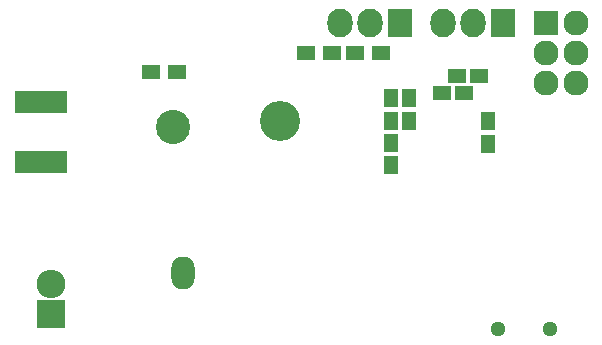
<source format=gbr>
G04 #@! TF.FileFunction,Soldermask,Bot*
%FSLAX46Y46*%
G04 Gerber Fmt 4.6, Leading zero omitted, Abs format (unit mm)*
G04 Created by KiCad (PCBNEW 4.0.4-stable) date 05/31/17 00:38:46*
%MOMM*%
%LPD*%
G01*
G04 APERTURE LIST*
%ADD10C,0.100000*%
%ADD11C,3.400000*%
%ADD12C,2.900000*%
%ADD13R,2.432000X2.432000*%
%ADD14O,2.432000X2.432000*%
%ADD15R,1.600000X1.150000*%
%ADD16R,1.150000X1.600000*%
%ADD17R,4.464000X1.924000*%
%ADD18R,2.127200X2.432000*%
%ADD19O,2.127200X2.432000*%
%ADD20R,2.127200X2.127200*%
%ADD21O,2.127200X2.127200*%
%ADD22R,1.600000X1.300000*%
%ADD23C,1.299160*%
%ADD24O,2.000000X2.800000*%
G04 APERTURE END LIST*
D10*
D11*
X85300000Y-50520000D03*
D12*
X76290000Y-51075000D03*
D13*
X65900000Y-66900000D03*
D14*
X65900000Y-64360000D03*
D15*
X100900000Y-48200000D03*
X99000000Y-48200000D03*
D16*
X96200000Y-48600000D03*
X96200000Y-50500000D03*
X102940000Y-52460000D03*
X102940000Y-50560000D03*
D15*
X102200000Y-46700000D03*
X100300000Y-46700000D03*
D16*
X94700000Y-48600000D03*
X94700000Y-50500000D03*
X94720000Y-54260000D03*
X94720000Y-52360000D03*
D17*
X65059000Y-48887000D03*
X65059000Y-53967000D03*
D18*
X104180000Y-42200000D03*
D19*
X101640000Y-42200000D03*
X99100000Y-42200000D03*
D18*
X95480000Y-42200000D03*
D19*
X92940000Y-42200000D03*
X90400000Y-42200000D03*
D20*
X107800000Y-42200000D03*
D21*
X110340000Y-42200000D03*
X107800000Y-44740000D03*
X110340000Y-44740000D03*
X107800000Y-47280000D03*
X110340000Y-47280000D03*
D22*
X74400000Y-46400000D03*
X76600000Y-46400000D03*
X89750000Y-44800000D03*
X87550000Y-44800000D03*
X93900000Y-44800000D03*
X91700000Y-44800000D03*
D23*
X103800360Y-68149100D03*
X108199640Y-68149100D03*
D24*
X77090000Y-63360000D03*
M02*

</source>
